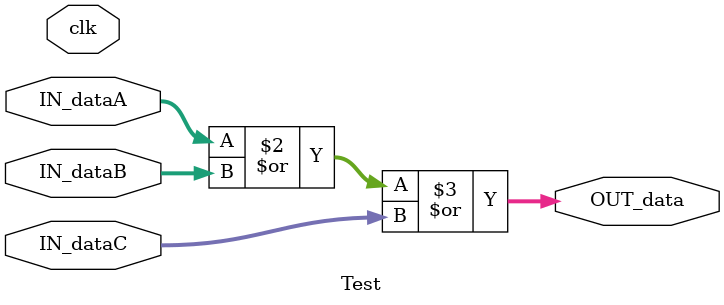
<source format=sv>


module Test#(parameter N = 8)
(
  input logic clk,
  input logic[N-1:0] IN_dataA,
  input logic[N-1:0] IN_dataB,
  input logic[N-1:0] IN_dataC,
  output logic[N-1:0] OUT_data
);

//wire[N-1:0] temp = ~IN_dataA;

always_comb begin
  OUT_data = IN_dataA | IN_dataB | IN_dataC;
end

endmodule

</source>
